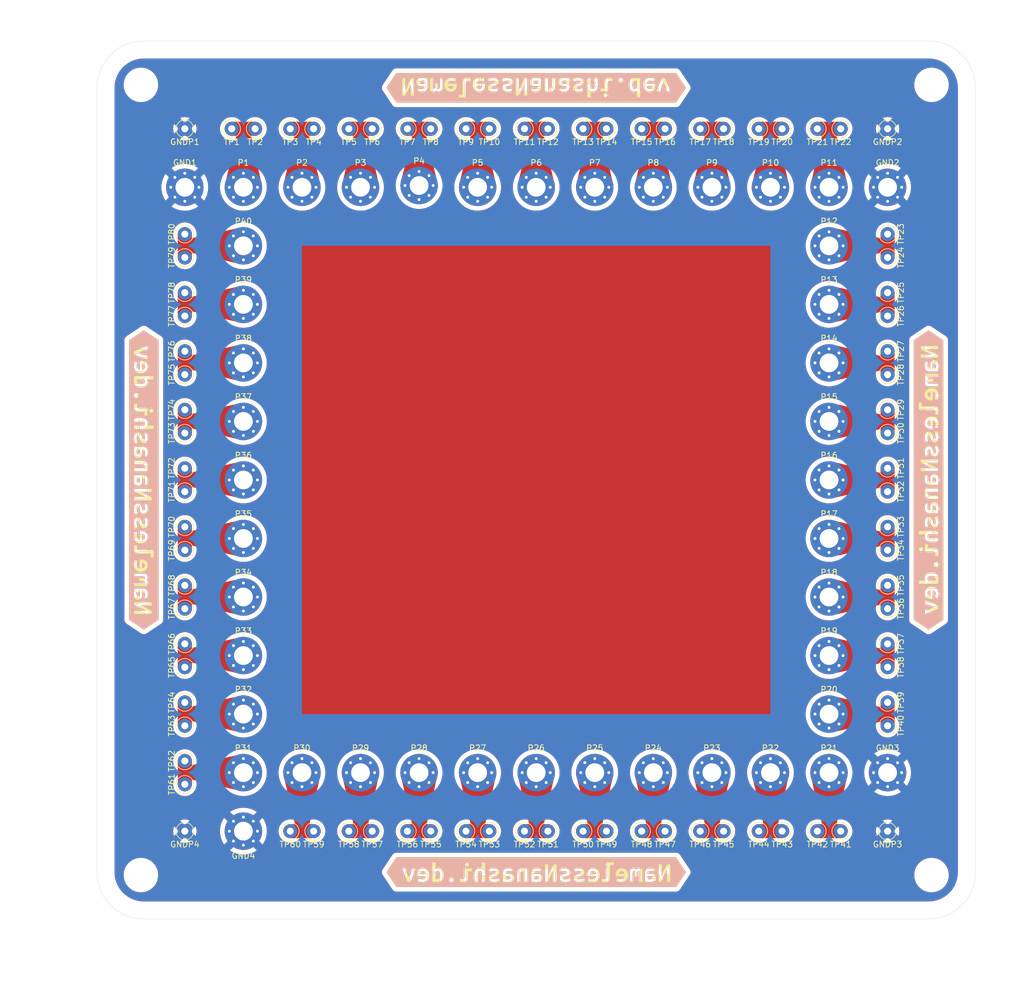
<source format=kicad_pcb>
(kicad_pcb (version 20240108) (generator "pcbnew") (generator_version "8.0")
  (layers (0 "F.Cu" signal) (31 "B.Cu" signal) (34 "B.Paste" user) (35 "F.Paste" user) (36 "B.SilkS" user "B.Silkscreen") (37 "F.SilkS" user "F.Silkscreen") (38 "B.Mask" user) (39 "F.Mask" user) (44 "Edge.Cuts" user))
  (net 0 "")
  (net 1 "Net-(P1-Pad1)")
  (net 2 "Net-(P2-Pad1)")
  (net 3 "Net-(P3-Pad1)")
  (net 4 "Net-(P4-Pad1)")
  (net 5 "Net-(P5-Pad1)")
  (net 6 "Net-(P6-Pad1)")
  (net 7 "Net-(P7-Pad1)")
  (net 8 "Net-(P8-Pad1)")
  (net 9 "Net-(P9-Pad1)")
  (net 10 "Net-(P10-Pad1)")
  (net 11 "Net-(P11-Pad1)")
  (net 12 "Net-(P12-Pad1)")
  (net 13 "Net-(P13-Pad1)")
  (net 14 "Net-(P14-Pad1)")
  (net 15 "Net-(P15-Pad1)")
  (net 16 "Net-(P16-Pad1)")
  (net 17 "Net-(P17-Pad1)")
  (net 18 "Net-(P18-Pad1)")
  (net 19 "Net-(P19-Pad1)")
  (net 20 "Net-(P20-Pad1)")
  (net 21 "Net-(P21-Pad1)")
  (net 22 "Net-(P22-Pad1)")
  (net 23 "Net-(P23-Pad1)")
  (net 24 "Net-(P24-Pad1)")
  (net 25 "Net-(P25-Pad1)")
  (net 26 "Net-(P26-Pad1)")
  (net 27 "Net-(P27-Pad1)")
  (net 28 "Net-(P28-Pad1)")
  (net 29 "Net-(P29-Pad1)")
  (net 30 "Net-(P30-Pad1)")
  (net 31 "Net-(P31-Pad1)")
  (net 32 "Net-(P32-Pad1)")
  (net 33 "Net-(P33-Pad1)")
  (net 34 "Net-(P34-Pad1)")
  (net 35 "Net-(P35-Pad1)")
  (net 36 "Net-(P36-Pad1)")
  (net 37 "Net-(P37-Pad1)")
  (net 38 "Net-(P38-Pad1)")
  (net 39 "Net-(P39-Pad1)")
  (net 40 "Net-(P40-Pad1)")
  (net 41 "GND")
  (footprint "Connector_Pin:Pin_D1.0mm_L10.0mm_LooseFit" (layer "F.Cu") (at 90 128 -90)
    (property "Reference" "TP64")
    (property "Value" "TestPoint")
  )
  (footprint "Connector_Pin:Pin_D1.0mm_L10.0mm_LooseFit" (layer "F.Cu") (at 142 30)
    (property "Reference" "TP10")
    (property "Value" "TestPoint")
  )
  (footprint "MountingHole:MountingHole_3.2mm_M3_Pad_Via" (layer "F.Cu") (at 100 120)
    (property "Reference" "P33")
    (property "Value" "MountingHole_Pad")
  )
  (footprint "Connector_Pin:Pin_D1.0mm_L10.0mm_LooseFit" (layer "F.Cu") (at 90 118 -90)
    (property "Reference" "TP66")
    (property "Value" "TestPoint")
  )
  (footprint "Connector_Pin:Pin_D1.0mm_L10.0mm_LooseFit" (layer "F.Cu") (at 118 150)
    (property "Reference" "TP58")
    (property "Value" "TestPoint")
  )
  (footprint "Connector_Pin:Pin_D1.0mm_L10.0mm_LooseFit" (layer "F.Cu") (at 210 48 90)
    (property "Reference" "TP23")
    (property "Value" "TestPoint")
  )
  (footprint "MountingHole:MountingHole_3.2mm_M3_Pad_Via" (layer "F.Cu") (at 160 140)
    (property "Reference" "P25")
    (property "Value" "MountingHole_Pad")
  )
  (footprint "Connector_Pin:Pin_D1.0mm_L10.0mm_LooseFit" (layer "F.Cu") (at 162 30)
    (property "Reference" "TP14")
    (property "Value" "TestPoint")
  )
  (footprint "MountingHole:MountingHole_3.2mm_M3_Pad_Via" (layer "F.Cu") (at 200 140)
    (property "Reference" "P21")
    (property "Value" "MountingHole_Pad")
  )
  (footprint "Connector_Pin:Pin_D1.0mm_L10.0mm_LooseFit" (layer "F.Cu") (at 90 132 -90)
    (property "Reference" "TP63")
    (property "Value" "TestPoint")
  )
  (footprint "Connector_Pin:Pin_D1.0mm_L10.0mm_LooseFit" (layer "F.Cu") (at 90 62 -90)
    (property "Reference" "TP77")
    (property "Value" "TestPoint")
  )
  (footprint "Connector_Pin:Pin_D1.0mm_L10.0mm_LooseFit" (layer "F.Cu") (at 188 30)
    (property "Reference" "TP19")
    (property "Value" "TestPoint")
  )
  (footprint "Connector_Pin:Pin_D1.0mm_L10.0mm_LooseFit" (layer "F.Cu") (at 102 30)
    (property "Reference" "TP2")
    (property "Value" "TestPoint")
  )
  (footprint "MountingHole:MountingHole_3.2mm_M3_Pad_Via" (layer "F.Cu") (at 100 60)
    (property "Reference" "P39")
    (property "Value" "MountingHole_Pad")
  )
  (footprint "Connector_Pin:Pin_D1.0mm_L10.0mm_LooseFit" (layer "F.Cu") (at 90 102 -90)
    (property "Reference" "TP69")
    (property "Value" "TestPoint")
  )
  (footprint "MountingHole:MountingHole_3.2mm_M3_Pad_Via" (layer "F.Cu") (at 100 70)
    (property "Reference" "P38")
    (property "Value" "MountingHole_Pad")
  )
  (footprint "Connector_Pin:Pin_D1.0mm_L10.0mm_LooseFit" (layer "F.Cu") (at 210 108 90)
    (property "Reference" "TP35")
    (property "Value" "TestPoint")
  )
  (footprint "Connector_Pin:Pin_D1.0mm_L10.0mm_LooseFit" (layer "F.Cu") (at 112 150)
    (property "Reference" "TP59")
    (property "Value" "TestPoint")
  )
  (footprint "Connector_Pin:Pin_D1.0mm_L10.0mm_LooseFit" (layer "F.Cu") (at 210 150)
    (property "Reference" "GNDP3")
    (property "Value" "TestPoint")
  )
  (footprint "Connector_Pin:Pin_D1.0mm_L10.0mm_LooseFit" (layer "F.Cu") (at 210 92 90)
    (property "Reference" "TP32")
    (property "Value" "TestPoint")
  )
  (footprint "MountingHole:MountingHole_3.2mm_M3_Pad_Via" (layer "F.Cu") (at 200 120)
    (property "Reference" "P19")
    (property "Value" "MountingHole_Pad")
  )
  (footprint "Connector_Pin:Pin_D1.0mm_L10.0mm_LooseFit" (layer "F.Cu") (at 210 58 90)
    (property "Reference" "TP25")
    (property "Value" "TestPoint")
  )
  (footprint "MountingHole:MountingHole_3.2mm_M3_Pad_Via" (layer "F.Cu") (at 210 140)
    (property "Reference" "GND3")
    (property "Value" "MountingHole_Pad")
  )
  (footprint "Connector_Pin:Pin_D1.0mm_L10.0mm_LooseFit" (layer "F.Cu") (at 178 30)
    (property "Reference" "TP17")
    (property "Value" "TestPoint")
  )
  (footprint "MountingHole:MountingHole_3.2mm_M3_Pad_Via" (layer "F.Cu") (at 140 140)
    (property "Reference" "P27")
    (property "Value" "MountingHole_Pad")
  )
  (footprint "MountingHole:MountingHole_3.2mm_M3_Pad_Via" (layer "F.Cu") (at 200 50)
    (property "Reference" "P12")
    (property "Value" "MountingHole_Pad")
  )
  (footprint "Connector_Pin:Pin_D1.0mm_L10.0mm_LooseFit" (layer "F.Cu") (at 148 150)
    (property "Reference" "TP52")
    (property "Value" "TestPoint")
  )
  (footprint "MountingHole:MountingHole_3.2mm_M3_Pad_Via" (layer "F.Cu") (at 130 140)
    (property "Reference" "P28")
    (property "Value" "MountingHole_Pad")
  )
  (footprint "Connector_Pin:Pin_D1.0mm_L10.0mm_LooseFit" (layer "F.Cu") (at 90 142 -90)
    (property "Reference" "TP61")
    (property "Value" "TestPoint")
  )
  (footprint "MountingHole:MountingHole_3.2mm_M3_Pad_Via" (layer "F.Cu") (at 90 40)
    (property "Reference" "GND1")
    (property "Value" "MountingHole_Pad")
  )
  (footprint "Connector_Pin:Pin_D1.0mm_L10.0mm_LooseFit" (layer "F.Cu") (at 192 150)
    (property "Reference" "TP43")
    (property "Value" "TestPoint")
  )
  (footprint "Connector_Pin:Pin_D1.0mm_L10.0mm_LooseFit" (layer "F.Cu") (at 132 150)
    (property "Reference" "TP55")
    (property "Value" "TestPoint")
  )
  (footprint "MountingHole:MountingHole_3.2mm_M3_Pad_Via" (layer "F.Cu") (at 200 80)
    (property "Reference" "P15")
    (property "Value" "MountingHole_Pad")
  )
  (footprint "MountingHole:MountingHole_3.2mm_M3_Pad_Via" (layer "F.Cu") (at 100 50)
    (property "Reference" "P40")
    (property "Value" "MountingHole_Pad")
  )
  (footprint "Connector_Pin:Pin_D1.0mm_L10.0mm_LooseFit" (layer "F.Cu") (at 90 78 -90)
    (property "Reference" "TP74")
    (property "Value" "TestPoint")
  )
  (footprint "MountingHole:MountingHole_3.2mm_M3_Pad_Via" (layer "F.Cu") (at 130 39.697056)
    (property "Reference" "P4")
    (property "Value" "MountingHole_Pad")
  )
  (footprint "MountingHole:MountingHole_3.2mm_M3_Pad_Via" (layer "F.Cu") (at 190 40)
    (property "Reference" "P10")
    (property "Value" "MountingHole_Pad")
  )
  (footprint "Connector_Pin:Pin_D1.0mm_L10.0mm_LooseFit" (layer "F.Cu") (at 108 30)
    (property "Reference" "TP3")
    (property "Value" "TestPoint")
  )
  (footprint "Connector_Pin:Pin_D1.0mm_L10.0mm_LooseFit" (layer "F.Cu") (at 112 30)
    (property "Reference" "TP4")
    (property "Value" "TestPoint")
  )
  (footprint "MountingHole:MountingHole_3.2mm_M3_Pad_Via" (layer "F.Cu") (at 200 110)
    (property "Reference" "P18")
    (property "Value" "MountingHole_Pad")
  )
  (footprint "Connector_Pin:Pin_D1.0mm_L10.0mm_LooseFit" (layer "F.Cu") (at 210 98 90)
    (property "Reference" "TP33")
    (property "Value" "TestPoint")
  )
  (footprint "Connector_Pin:Pin_D1.0mm_L10.0mm_LooseFit" (layer "F.Cu") (at 90 72 -90)
    (property "Reference" "TP75")
    (property "Value" "TestPoint")
  )
  (footprint "MountingHole:MountingHole_3.2mm_M3_Pad_Via" (layer "F.Cu") (at 160 40)
    (property "Reference" "P7")
    (property "Value" "MountingHole_Pad")
  )
  (footprint "Connector_Pin:Pin_D1.0mm_L10.0mm_LooseFit" (layer "F.Cu") (at 168 30)
    (property "Reference" "TP15")
    (property "Value" "TestPoint")
  )
  (footprint "MountingHole:MountingHole_3.2mm_M3_Pad_Via" (layer "F.Cu") (at 200 70)
    (property "Reference" "P14")
    (property "Value" "MountingHole_Pad")
  )
  (footprint "Connector_Pin:Pin_D1.0mm_L10.0mm_LooseFit" (layer "F.Cu") (at 152 30)
    (property "Reference" "TP12")
    (property "Value" "TestPoint")
  )
  (footprint "Connector_Pin:Pin_D1.0mm_L10.0mm_LooseFit" (layer "F.Cu") (at 210 128 90)
    (property "Reference" "TP39")
    (property "Value" "TestPoint")
  )
  (footprint "Connector_Pin:Pin_D1.0mm_L10.0mm_LooseFit" (layer "F.Cu") (at 90 150)
    (property "Reference" "GNDP4")
    (property "Value" "TestPoint")
  )
  (footprint "Connector_Pin:Pin_D1.0mm_L10.0mm_LooseFit" (layer "F.Cu") (at 210 82 90)
    (property "Reference" "TP30")
    (property "Value" "TestPoint")
  )
  (footprint "Connector_Pin:Pin_D1.0mm_L10.0mm_LooseFit" (layer "F.Cu") (at 198 30)
    (property "Reference" "TP21")
    (property "Value" "TestPoint")
  )
  (footprint "Connector_Pin:Pin_D1.0mm_L10.0mm_LooseFit" (layer "F.Cu") (at 108 150)
    (property "Reference" "TP60")
    (property "Value" "TestPoint")
  )
  (footprint "Connector_Pin:Pin_D1.0mm_L10.0mm_LooseFit" (layer "F.Cu") (at 90 68 -90)
    (property "Reference" "TP76")
    (property "Value" "TestPoint")
  )
  (footprint "MountingHole:MountingHole_3.2mm_M3_Pad_Via" (layer "F.Cu") (at 200 40)
    (property "Reference" "P11")
    (property "Value" "MountingHole_Pad")
  )
  (footprint "Connector_Pin:Pin_D1.0mm_L10.0mm_LooseFit" (layer "F.Cu") (at 198 150)
    (property "Reference" "TP42")
    (property "Value" "TestPoint")
  )
  (footprint "MountingHole:MountingHole_3.2mm_M3_Pad_Via" (layer "F.Cu") (at 100 150 180)
    (property "Reference" "GND4")
    (property "Value" "MountingHole_Pad")
  )
  (footprint "kibuzzard-6757E0AC" (layer "F.Cu") (at 150 157)
    (property "Reference" "kibuzzard-6757E0AC" (hide yes))
    (property "Value" "G***" (hide yes))
  )
  (footprint "MountingHole:MountingHole_3.2mm_M3_Pad_Via" (layer "F.Cu") (at 180 140)
    (property "Reference" "P23")
    (property "Value" "MountingHole_Pad")
  )
  (footprint "Connector_Pin:Pin_D1.0mm_L10.0mm_LooseFit" (layer "F.Cu") (at 210 30)
    (property "Reference" "GNDP2")
    (property "Value" "TestPoint")
  )
  (footprint "Connector_Pin:Pin_D1.0mm_L10.0mm_LooseFit" (layer "F.Cu") (at 210 68 90)
    (property "Reference" "TP27")
    (property "Value" "TestPoint")
  )
  (footprint "kibuzzard-6757E0B3" (layer "F.Cu") (at 150 157)
    (property "Reference" "kibuzzard-6757E0B3" (hide yes))
    (property "Value" "G***" (hide yes))
  )
  (footprint "MountingHole:MountingHole_3.2mm_M3_Pad_Via" (layer "F.Cu") (at 200 90)
    (property "Reference" "P16")
    (property "Value" "MountingHole_Pad")
  )
  (footprint "Connector_Pin:Pin_D1.0mm_L10.0mm_LooseFit" (layer "F.Cu") (at 118 30)
    (property "Reference" "TP5")
    (property "Value" "TestPoint")
  )
  (footprint "MountingHole:MountingHole_3.2mm_M3_Pad_Via" (layer "F.Cu") (at 200 100)
    (property "Reference" "P17")
    (property "Value" "MountingHole_Pad")
  )
  (footprint "Connector_Pin:Pin_D1.0mm_L10.0mm_LooseFit" (layer "F.Cu") (at 90 52 -90)
    (property "Reference" "TP79")
    (property "Value" "TestPoint")
  )
  (footprint "Connector_Pin:Pin_D1.0mm_L10.0mm_LooseFit" (layer "F.Cu") (at 90 138 -90)
    (property "Reference" "TP62")
    (property "Value" "TestPoint")
  )
  (footprint "Connector_Pin:Pin_D1.0mm_L10.0mm_LooseFit" (layer "F.Cu") (at 158 30)
    (property "Reference" "TP13")
    (property "Value" "TestPoint")
  )
  (footprint "kibuzzard-6757E0AC" (layer "F.Cu") (at 217 90 90)
    (property "Reference" "kibuzzard-6757E0AC" (hide yes))
    (property "Value" "G***" (hide yes))
  )
  (footprint "MountingHole:MountingHole_3.2mm_M3_Pad_Via" (layer "F.Cu") (at 200 130)
    (property "Reference" "P20")
    (property "Value" "MountingHole_Pad")
  )
  (footprint "Connector_Pin:Pin_D1.0mm_L10.0mm_LooseFit" (layer "F.Cu") (at 138 150)
    (property "Reference" "TP54")
    (property "Value" "TestPoint")
  )
  (footprint "MountingHole:MountingHole_3.2mm_M3_Pad_Via" (layer "F.Cu") (at 180 40)
    (property "Reference" "P9")
    (property "Value" "MountingHole_Pad")
  )
  (footprint "MountingHole:MountingHole_3.2mm_M3_Pad_Via" (layer "F.Cu") (at 150 140)
    (property "Reference" "P26")
    (property "Value" "MountingHole_Pad")
  )
  (footprint "MountingHole:MountingHole_3.2mm_M3_Pad_Via" (layer "F.Cu") (at 170 140)
    (property "Reference" "P24")
    (property "Value" "MountingHole_Pad")
  )
  (footprint "Connector_Pin:Pin_D1.0mm_L10.0mm_LooseFit" (layer "F.Cu") (at 202 30)
    (property "Reference" "TP22")
    (property "Value" "TestPoint")
  )
  (footprint "kibuzzard-6757E0AC" (layer "F.Cu") (at 83 90 -90)
    (property "Reference" "kibuzzard-6757E0AC" (hide yes))
    (property "Value" "G***" (hide yes))
  )
  (footprint "kibuzzard-6757E0AC" (layer "F.Cu") (at 150 23 180)
    (property "Reference" "kibuzzard-6757E0AC" (hide yes))
    (property "Value" "G***" (hide yes))
  )
  (footprint "MountingHole:MountingHole_3.2mm_M3_Pad_Via" (layer "F.Cu") (at 110 40)
    (property "Reference" "P2")
    (property "Value" "MountingHole_Pad")
  )
  (footprint "Connector_Pin:Pin_D1.0mm_L10.0mm_LooseFit" (layer "F.Cu") (at 182 150)
    (property "Reference" "TP45")
    (property "Value" "TestPoint")
  )
  (footprint "kibuzzard-6757E0B3" (layer "F.Cu") (at 217 90 90)
    (property "Reference" "kibuzzard-6757E0B3" (hide yes))
    (property "Value" "G***" (hide yes))
  )
  (footprint "Connector_Pin:Pin_D1.0mm_L10.0mm_LooseFit" (layer "F.Cu") (at 90 122 -90)
    (property "Reference" "TP65")
    (property "Value" "TestPoint")
  )
  (footprint "Connector_Pin:Pin_D1.0mm_L10.0mm_LooseFit" (layer "F.Cu") (at 142 150)
    (property "Reference" "TP53")
    (property "Value" "TestPoint")
  )
  (footprint "MountingHole:MountingHole_4.3mm_M4" (layer "F.Cu") (at 217.5 22.5)
    (property "Reference" "MH2" (hide yes))
    (property "Value" "MountingHole_4.3mm_M4")
  )
  (footprint "MountingHole:MountingHole_3.2mm_M3_Pad_Via" (layer "F.Cu") (at 100 90)
    (property "Reference" "P36")
    (property "Value" "MountingHole_Pad")
  )
  (footprint "Connector_Pin:Pin_D1.0mm_L10.0mm_LooseFit" (layer "F.Cu") (at 122 150)
    (property "Reference" "TP57")
    (property "Value" "TestPoint")
  )
  (footprint "Connector_Pin:Pin_D1.0mm_L10.0mm_LooseFit" (layer "F.Cu") (at 210 122 90)
    (property "Reference" "TP38")
    (property "Value" "TestPoint")
  )
  (footprint "MountingHole:MountingHole_4.3mm_M4" (layer "F.Cu") (at 217.5 157.5)
    (property "Reference" "MH3" (hide yes))
    (property "Value" "MountingHole_4.3mm_M4")
  )
  (footprint "MountingHole:MountingHole_3.2mm_M3_Pad_Via" (layer "F.Cu") (at 170 40)
    (property "Reference" "P8")
    (property "Value" "MountingHole_Pad")
  )
  (footprint "Connector_Pin:Pin_D1.0mm_L10.0mm_LooseFit" (layer "F.Cu") (at 90 82 -90)
    (property "Reference" "TP73")
    (property "Value" "TestPoint")
  )
  (footprint "kibuzzard-6757E0B3" (layer "F.Cu") (at 150 23 180)
    (property "Reference" "kibuzzard-6757E0B3" (hide yes))
    (property "Value" "G***" (hide yes))
  )
  (footprint "Connector_Pin:Pin_D1.0mm_L10.0mm_LooseFit" (layer "F.Cu") (at 122 30)
    (property "Reference" "TP6")
    (property "Value" "TestPoint")
  )
  (footprint "Connector_Pin:Pin_D1.0mm_L10.0mm_LooseFit" (layer "F.Cu") (at 210 78 90)
    (property "Reference" "TP29")
    (property "Value" "TestPoint")
  )
  (footprint "MountingHole:MountingHole_3.2mm_M3_Pad_Via" (layer "F.Cu") (at 140 40)
    (property "Reference" "P5")
    (property "Value" "MountingHole_Pad")
  )
  (footprint "Connector_Pin:Pin_D1.0mm_L10.0mm_LooseFit" (layer "F.Cu") (at 210 62 90)
    (property "Reference" "TP26")
    (property "Value" "TestPoint")
  )
  (footprint "Connector_Pin:Pin_D1.0mm_L10.0mm_LooseFit" (layer "F.Cu") (at 210 118 90)
    (property "Reference" "TP37")
    (property "Value" "TestPoint")
  )
  (footprint "Connector_Pin:Pin_D1.0mm_L10.0mm_LooseFit" (layer "F.Cu") (at 90 112 -90)
    (property "Reference" "TP67")
    (property "Value" "TestPoint")
  )
  (footprint "Connector_Pin:Pin_D1.0mm_L10.0mm_LooseFit" (layer "F.Cu") (at 210 132 90)
    (property "Reference" "TP40")
    (property "Value" "TestPoint")
  )
  (footprint "Connector_Pin:Pin_D1.0mm_L10.0mm_LooseFit" (layer "F.Cu") (at 90 58 -90)
    (property "Reference" "TP78")
    (property "Value" "TestPoint")
  )
  (footprint "Connector_Pin:Pin_D1.0mm_L10.0mm_LooseFit" (layer "F.Cu") (at 90 30)
    (property "Reference" "GNDP1")
    (property "Value" "TestPoint")
  )
  (footprint "MountingHole:MountingHole_3.2mm_M3_Pad_Via" (layer "F.Cu") (at 120 140)
    (property "Reference" "P29")
    (property "Value" "MountingHole_Pad")
  )
  (footprint "Connector_Pin:Pin_D1.0mm_L10.0mm_LooseFit" (layer "F.Cu") (at 168 150)
    (property "Reference" "TP48")
    (property "Value" "TestPoint")
  )
  (footprint "Connector_Pin:Pin_D1.0mm_L10.0mm_LooseFit" (layer "F.Cu") (at 210 52 90)
    (property "Reference" "TP24")
    (property "Value" "TestPoint")
  )
  (footprint "Connector_Pin:Pin_D1.0mm_L10.0mm_LooseFit" (layer "F.Cu") (at 192 30)
    (property "Reference" "TP20")
    (property "Value" "TestPoint")
  )
  (footprint "MountingHole:MountingHole_4.3mm_M4" (layer "F.Cu") (at 82.5 22.5)
    (property "Reference" "MH1" (hide yes))
    (property "Value" "MountingHole_4.3mm_M4")
  )
  (footprint "Connector_Pin:Pin_D1.0mm_L10.0mm_LooseFit" (layer "F.Cu") (at 172 150)
    (property "Reference" "TP47")
    (property "Value" "TestPoint")
  )
  (footprint "Connector_Pin:Pin_D1.0mm_L10.0mm_LooseFit" (layer "F.Cu") (at 90 98 -90)
    (property "Reference" "TP70")
    (property "Value" "TestPoint")
  )
  (footprint "MountingHole:MountingHole_3.2mm_M3_Pad_Via" (layer "F.Cu") (at 190 140)
    (property "Reference" "P22")
    (property "Value" "MountingHole_Pad")
  )
  (footprint "Connector_Pin:Pin_D1.0mm_L10.0mm_LooseFit" (layer "F.Cu") (at 138 30)
    (property "Reference" "TP9")
    (property "Value" "TestPoint")
  )
  (footprint "MountingHole:MountingHole_3.2mm_M3_Pad_Via" (layer "F.Cu") (at 100 140)
    (property "Reference" "P31")
    (property "Value" "MountingHole_Pad")
  )
  (footprint "Connector_Pin:Pin_D1.0mm_L10.0mm_LooseFit" (layer "F.Cu") (at 210 88 90)
    (property "Reference" "TP31")
    (property "Value" "TestPoint")
  )
  (footprint "Connector_Pin:Pin_D1.0mm_L10.0mm_LooseFit" (layer "F.Cu") (at 148 30)
    (property "Reference" "TP11")
    (property "Value" "TestPoint")
  )
  (footprint "Connector_Pin:Pin_D1.0mm_L10.0mm_LooseFit" (layer "F.Cu") (at 128 150)
    (property "Reference" "TP56")
    (property "Value" "TestPoint")
  )
  (footprint "MountingHole:MountingHole_3.2mm_M3_Pad_Via" (layer "F.Cu") (at 120 40)
    (property "Reference" "P3")
    (property "Value" "MountingHole_Pad")
  )
  (footprint "Connector_Pin:Pin_D1.0mm_L10.0mm_LooseFit" (layer "F.Cu") (at 90 108 -90)
    (property "Reference" "TP68")
    (property "Value" "TestPoint")
  )
  (footprint "Connector_Pin:Pin_D1.0mm_L10.0mm_LooseFit" (layer "F.Cu") (at 210 112 90)
    (property "Reference" "TP36")
    (property "Value" "TestPoint")
  )
  (footprint "MountingHole:MountingHole_3.2mm_M3_Pad_Via" (layer "F.Cu") (at 100 110)
    (property "Reference" "P34")
    (property "Value" "MountingHole_Pad")
  )
  (footprint "Connector_Pin:Pin_D1.0mm_L10.0mm_LooseFit" (layer "F.Cu") (at 202 150)
    (property "Reference" "TP41")
    (property "Value" "TestPoint")
  )
  (footprint "Connector_Pin:Pin_D1.0mm_L10.0mm_LooseFit" (layer "F.Cu") (at 172 30)
    (property "Reference" "TP16")
    (property "Value" "TestPoint")
  )
  (footprint "Connector_Pin:Pin_D1.0mm_L10.0mm_LooseFit" (layer "F.Cu") (at 90 48 -90)
    (property "Reference" "TP80")
    (property "Value" "TestPoint")
  )
  (footprint "Connector_Pin:Pin_D1.0mm_L10.0mm_LooseFit" (layer "F.Cu") (at 98 30)
    (property "Reference" "TP1")
    (property "Value" "TestPoint")
  )
  (footprint "MountingHole:MountingHole_3.2mm_M3_Pad_Via" (layer "F.Cu") (at 150 40)
    (property "Reference" "P6")
    (property "Value" "MountingHole_Pad")
  )
  (footprint "MountingHole:MountingHole_3.2mm_M3_Pad_Via" (layer "F.Cu") (at 100 130)
    (property "Reference" "P32")
    (property "Value" "MountingHole_Pad")
  )
  (footprint "Connector_Pin:Pin_D1.0mm_L10.0mm_LooseFit" (layer "F.Cu") (at 152 150)
    (property "Reference" "TP51")
    (property "Value" "TestPoint")
  )
  (footprint "Connector_Pin:Pin_D1.0mm_L10.0mm_LooseFit" (layer "F.Cu") (at 188 150)
    (property "Reference" "TP44")
    (property "Value" "TestPoint")
  )
  (footprint "MountingHole:MountingHole_3.2mm_M3_Pad_Via" (layer "F.Cu") (at 100 80)
    (property "Reference" "P37")
    (property "Value" "MountingHole_Pad")
  )
  (footprint "Connector_Pin:Pin_D1.0mm_L10.0mm_LooseFit" (layer "F.Cu") (at 182 30)
    (property "Reference" "TP18")
    (property "Value" "TestPoint")
  )
  (footprint "Connector_Pin:Pin_D1.0mm_L10.0mm_LooseFit" (layer "F.Cu") (at 90 88 -90)
    (property "Reference" "TP72")
    (property "Value" "TestPoint")
  )
  (footprint "MountingHole:MountingHole_4.3mm_M4" (layer "F.Cu") (at 82.5 157.5)
    (property "Reference" "MH4" (hide yes))
    (property "Value" "MountingHole_4.3mm_M4")
  )
  (footprint "Connector_Pin:Pin_D1.0mm_L10.0mm_LooseFit" (layer "F.Cu") (at 90 92 -90)
    (property "Reference" "TP71")
    (property "Value" "TestPoint")
  )
  (footprint "Connector_Pin:Pin_D1.0mm_L10.0mm_LooseFit" (layer "F.Cu") (at 158 150)
    (property "Reference" "TP50")
    (property "Value" "TestPoint")
  )
  (footprint "MountingHole:MountingHole_3.2mm_M3_Pad_Via" (layer "F.Cu") (at 210 40)
    (property "Reference" "GND2")
    (property "Value" "MountingHole_Pad")
  )
  (footprint "MountingHole:MountingHole_3.2mm_M3_Pad_Via" (layer "F.Cu") (at 200 60)
    (property "Reference" "P13")
    (property "Value" "MountingHole_Pad")
  )
  (footprint "Connector_Pin:Pin_D1.0mm_L10.0mm_LooseFit" (layer "F.Cu") (at 178 150)
    (property "Reference" "TP46")
    (property "Value" "TestPoint")
  )
  (footprint "MountingHole:MountingHole_3.2mm_M3_Pad_Via" (layer "F.Cu") (at 100 40)
    (property "Reference" "P1")
    (property "Value" "MountingHole_Pad")
  )
  (footprint "Connector_Pin:Pin_D1.0mm_L10.0mm_LooseFit" (layer "F.Cu") (at 210 102 90)
    (property "Reference" "TP34")
    (property "Value" "TestPoint")
  )
  (footprint "MountingHole:MountingHole_3.2mm_M3_Pad_Via" (layer "F.Cu") (at 110 140)
    (property "Reference" "P30")
    (property "Value" "MountingHole_Pad")
  )
  (footprint "MountingHole:MountingHole_3.2mm_M3_Pad_Via" (layer "F.Cu") (at 100 100)
    (property "Reference" "P35")
    (property "Value" "MountingHole_Pad")
  )
  (footprint "kibuzzard-6757E0B3" (layer "F.Cu") (at 83 90 -90)
    (property "Reference" "kibuzzard-6757E0B3" (hide yes))
    (property "Value" "G***" (hide yes))
  )
  (footprint "Connector_Pin:Pin_D1.0mm_L10.0mm_LooseFit" (layer "F.Cu") (at 162 150)
    (property "Reference" "TP49")
    (property "Value" "TestPoint")
  )
  (footprint "Connector_Pin:Pin_D1.0mm_L10.0mm_LooseFit" (layer "F.Cu") (at 132 30)
    (property "Reference" "TP8")
    (property "Value" "TestPoint")
  )
  (footprint "Connector_Pin:Pin_D1.0mm_L10.0mm_LooseFit" (layer "F.Cu") (at 210 72 90)
    (property "Reference" "TP28")
    (property "Value" "TestPoint")
  )
  (footprint "Connector_Pin:Pin_D1.0mm_L10.0mm_LooseFit" (layer "F.Cu") (at 128 30)
    (property "Reference" "TP7")
    (property "Value" "TestPoint")
  )
  (footprint "kibuzzard-6757E0BA" (layer "B.Cu") (at 83 90 90)
    (property "Reference" "kibuzzard-6757E0BA" (hide yes))
    (property "Value" "G***" (hide yes))
  )
  (footprint "kibuzzard-6757E0C1" (layer "B.Cu") (at 150 23)
    (property "Reference" "kibuzzard-6757E0C1" (hide yes))
    (property "Value" "G***" (hide yes))
  )
  (footprint "kibuzzard-6757E0C1" (layer "B.Cu") (at 217 90 -90)
    (property "Reference" "kibuzzard-6757E0C1" (hide yes))
    (property "Value" "G***" (hide yes))
  )
  (footprint "kibuzzard-6757E0C1" (layer "B.Cu") (at 150 157 180)
    (property "Reference" "kibuzzard-6757E0C1" (hide yes))
    (property "Value" "G***" (hide yes))
  )
  (footprint "kibuzzard-6757E0BA" (layer "B.Cu") (at 150 23)
    (property "Reference" "kibuzzard-6757E0BA" (hide yes))
    (property "Value" "G***" (hide yes))
  )
  (footprint "kibuzzard-6757E0BA" (layer "B.Cu") (at 217 90 -90)
    (property "Reference" "kibuzzard-6757E0BA" (hide yes))
    (property "Value" "G***" (hide yes))
  )
  (footprint "kibuzzard-6757E0C1" (layer "B.Cu") (at 83 90 90)
    (property "Reference" "kibuzzard-6757E0C1" (hide yes))
    (property "Value" "G***" (hide yes))
  )
  (footprint "kibuzzard-6757E0BA" (layer "B.Cu") (at 150 157 180)
    (property "Reference" "kibuzzard-6757E0BA" (hide yes))
    (property "Value" "G***" (hide yes))
  )
  (gr_arc (start 75 23) (mid 77.343146 17.343146) (end 83 15) (stroke (width 0.05)) (layer "Edge.Cuts"))
  (gr_arc (start 217 15) (mid 222.656854 17.343146) (end 225 23) (stroke (width 0.05)) (layer "Edge.Cuts"))
  (gr_line (start 217 165) (end 83 165) (stroke (width 0.05)) (layer "Edge.Cuts"))
  (gr_arc (start 225 157) (mid 222.656854 162.656854) (end 217 165) (stroke (width 0.05)) (layer "Edge.Cuts"))
  (gr_line (start 83 15) (end 217 15) (stroke (width 0.05)) (layer "Edge.Cuts"))
  (gr_line (start 75 157) (end 75 23) (stroke (width 0.05)) (layer "Edge.Cuts"))
  (gr_arc (start 83 165) (mid 77.343146 162.656854) (end 75 157) (stroke (width 0.05)) (layer "Edge.Cuts"))
  (gr_line (start 225 23) (end 225 157) (stroke (width 0.05)) (layer "Edge.Cuts"))
  (segment (start 101 30) (end 102 30) (width 2.4) (layer "F.Cu") (net 1))
  (segment (start 100 31) (end 100 40) (width 2.4) (layer "F.Cu") (net 1))
  (segment (start 99 30) (end 101 30) (width 2.4) (layer "F.Cu") (net 1))
  (segment (start 99 30) (end 98 30) (width 2.4) (layer "F.Cu") (net 1))
  (arc (start 101 30) (mid 100.292893 30.292893) (end 100 31) (width 2.4) (layer "F.Cu") (net 1))
  (arc (start 100 31) (mid 99.707106 30.292893) (end 99 30) (width 2.4) (layer "F.Cu") (net 1))
  (segment (start 111 30) (end 112 30) (width 2.4) (layer "F.Cu") (net 2))
  (segment (start 109 30) (end 108 30) (width 2.4) (layer "F.Cu") (net 2))
  (segment (start 109 30) (end 111 30) (width 2.4) (layer "F.Cu") (net 2))
  (segment (start 110 31) (end 110 40) (width 2.4) (layer "F.Cu") (net 2))
  (arc (start 111 30) (mid 110.292893 30.292893) (end 110 31) (width 2.4) (layer "F.Cu") (net 2))
  (arc (start 110 31) (mid 109.707106 30.292893) (end 109 30) (width 2.4) (layer "F.Cu") (net 2))
  (segment (start 120 31) (end 120 40) (width 2.4) (layer "F.Cu") (net 3))
  (segment (start 121 30) (end 122 30) (width 2.4) (layer "F.Cu") (net 3))
  (segment (start 119 30) (end 118 30) (width 2.4) (layer "F.Cu") (net 3))
  (segment (start 119 30) (end 121 30) (width 2.4) (layer "F.Cu") (net 3))
  (arc (start 120 31) (mid 119.707106 30.292893) (end 119 30) (width 2.4) (layer "F.Cu") (net 3))
  (arc (start 121 30) (mid 120.292893 30.292893) (end 120 31) (width 2.4) (layer "F.Cu") (net 3))
  (segment (start 130 31) (end 130 39.697056) (width 2.4) (layer "F.Cu") (net 4))
  (segment (start 131 30) (end 132 30) (width 2.4) (layer "F.Cu") (net 4))
  (segment (start 129 30) (end 128 30) (width 2.4) (layer "F.Cu") (net 4))
  (segment (start 129 30) (end 131 30) (width 2.4) (layer "F.Cu") (net 4))
  (arc (start 130 31) (mid 129.707106 30.292893) (end 129 30) (width 2.4) (layer "F.Cu") (net 4))
  (arc (start 131 30) (mid 130.292893 30.292893) (end 130 31) (width 2.4) (layer "F.Cu") (net 4))
  (segment (start 140 31) (end 140 40) (width 2.4) (layer "F.Cu") (net 5))
  (segment (start 139 30) (end 138 30) (width 2.4) (layer "F.Cu") (net 5))
  (segment (start 141 30) (end 142 30) (width 2.4) (layer "F.Cu") (net 5))
  (segment (start 139 30) (end 141 30) (width 2.4) (layer "F.Cu") (net 5))
  (arc (start 141 30) (mid 140.292893 30.292893) (end 140 31) (width 2.4) (layer "F.Cu") (net 5))
  (arc (start 140 31) (mid 139.707106 30.292893) (end 139 30) (width 2.4) (layer "F.Cu") (net 5))
  (segment (start 149 30) (end 151 30) (width 2.4) (layer "F.Cu") (net 6))
  (segment (start 150 31) (end 150 40) (width 2.4) (layer "F.Cu") (net 6))
  (segment (start 151 30) (end 152 30) (width 2.4) (layer "F.Cu") (net 6))
  (segment (start 149 30) (end 148 30) (width 2.4) (layer "F.Cu") (net 6))
  (arc (start 150 31) (mid 149.707106 30.292893) (end 149 30) (width 2.4) (layer "F.Cu") (net 6))
  (arc (start 151 30) (mid 150.292893 30.292893) (end 150 31) (width 2.4) (layer "F.Cu") (net 6))
  (segment (start 159 30) (end 158 30) (width 2.4) (layer "F.Cu") (net 7))
  (segment (start 161 30) (end 162 30) (width 2.4) (layer "F.Cu") (net 7))
  (segment (start 159 30) (end 161 30) (width 2.4) (layer "F.Cu") (net 7))
  (segment (start 160 31) (end 160 40) (width 2.4) (layer "F.Cu") (net 7))
  (arc (start 161 30) (mid 160.292893 30.292893) (end 160 31) (width 2.4) (layer "F.Cu") (net 7))
  (arc (start 160 31) (mid 159.707106 30.292893) (end 159 30) (width 2.4) (layer "F.Cu") (net 7))
  (segment (start 170 31) (end 170 40) (width 2.4) (layer "F.Cu") (net 8))
  (segment (start 171 30) (end 172 30) (width 2.4) (layer "F.Cu") (net 8))
  (segment (start 169 30) (end 168 30) (width 2.4) (layer "F.Cu") (net 8))
  (segment (start 169 30) (end 171 30) (width 2.4) (layer "F.Cu") (net 8))
  (arc (start 171 30) (mid 170.292893 30.292893) (end 170 31) (width 2.4) (layer "F.Cu") (net 8))
  (arc (start 170 31) (mid 169.707106 30.292893) (end 169 30) (width 2.4) (layer "F.Cu") (net 8))
  (segment (start 179 30) (end 178 30) (width 2.4) (layer "F.Cu") (net 9))
  (segment (start 181 30) (end 182 30) (width 2.4) (layer "F.Cu") (net 9))
  (segment (start 179 30) (end 181 30) (width 2.4) (layer "F.Cu") (net 9))
  (segment (start 180 31) (end 180 40) (width 2.4) (layer "F.Cu") (net 9))
  (arc (start 180 31) (mid 179.707106 30.292893) (end 179 30) (width 2.4) (layer "F.Cu") (net 9))
  (arc (start 181 30) (mid 180.292893 30.292893) (end 180 31) (width 2.4) (layer "F.Cu") (net 9))
  (segment (start 191 30) (end 192 30) (width 2.4) (layer "F.Cu") (net 10))
  (segment (start 189 30) (end 191 30) (width 2.4) (layer "F.Cu") (net 10))
  (segment (start 190 31) (end 190 40) (width 2.4) (layer "F.Cu") (net 10))
  (segment (start 189 30) (end 188 30) (width 2.4) (layer "F.Cu") (net 10))
  (arc (start 190 31) (mid 189.707106 30.292893) (end 189 30) (width 2.4) (layer "F.Cu") (net 10))
  (arc (start 191 30) (mid 190.292893 30.292893) (end 190 31) (width 2.4) (layer "F.Cu") (net 10))
  (segment (start 199 30) (end 198 30) (width 2.4) (layer "F.Cu") (net 11))
  (segment (start 199 30) (end 201 30) (width 2.4) (layer "F.Cu") (net 11))
  (segment (start 200 31) (end 200 40) (width 2.4) (layer "F.Cu") (net 11))
  (segment (start 201 30) (end 202 30) (width 2.4) (layer "F.Cu") (net 11))
  (arc (start 200 31) (mid 199.707106 30.292893) (end 199 30) (width 2.4) (layer "F.Cu") (net 11))
  (arc (start 201 30) (mid 200.292893 30.292893) (end 200 31) (width 2.4) (layer "F.Cu") (net 11))
  (segment (start 209 50) (end 200 50) (width 2.4) (layer "F.Cu") (net 12))
  (segment (start 210 51) (end 210 52) (width 2.4) (layer "F.Cu") (net 12))
  (segment (start 210 49) (end 210 48) (width 2.4) (layer "F.Cu") (net 12))
  (segment (start 210 49) (end 210 51) (width 2.4) (layer "F.Cu") (net 12))
  (arc (start 209 50) (mid 209.707106 49.707106) (end 210 49) (width 2.4) (layer "F.Cu") (net 12))
  (arc (start 210 51) (mid 209.707106 50.292893) (end 209 50) (width 2.4) (layer "F.Cu") (net 12))
  (segment (start 210 61) (end 210 62) (width 2.4) (layer "F.Cu") (net 13))
  (segment (start 209 60) (end 200 60) (width 2.4) (layer "F.Cu") (net 13))
  (segment (start 210 59) (end 210 61) (width 2.4) (layer "F.Cu") (net 13))
  (segment (start 210 59) (end 210 58) (width 2.4) (layer "F.Cu") (net 13))
  (arc (start 210 61) (mid 209.707106 60.292893) (end 209 60) (width 2.4) (layer "F.Cu") (net 13))
  (arc (start 209 60) (mid 209.707106 59.707106) (end 210 59) (width 2.4) (layer "F.Cu") (net 13))
  (segment (start 210 69) (end 210 68) (width 2.4) (layer "F.Cu") (net 14))
  (segment (start 210 71) (end 210 72) (width 2.4) (layer "F.Cu") (net 14))
  (segment (start 209 70) (end 200 70) (width 2.4) (layer "F.Cu") (net 14))
  (segment (start 210 69) (end 210 71) (width 2.4) (layer "F.Cu") (net 14))
  (arc (start 209 70) (mid 209.707106 69.707106) (end 210 69) (width 2.4) (layer "F.Cu") (net 14))
  (arc (start 210 71) (mid 209.707106 70.292893) (end 209 70) (width 2.4) (layer "F.Cu") (net 14))
  (segment (start 210 79) (end 210 78) (width 2.4) (layer "F.Cu") (net 15))
  (segment (start 210 79) (end 210 81) (width 2.4) (layer "F.Cu") (net 15))
  (segment (start 209 80) (end 200 80) (width 2.4) (layer "F.Cu") (net 15))
  (segment (start 210 81) (end 210 82) (width 2.4) (layer "F.Cu") (net 15))
  (arc (start 210 81) (mid 209.707106 80.292893) (end 209 80) (width 2.4) (layer "F.Cu") (net 15))
  (arc (start 209 80) (mid 209.707106 79.707106) (end 210 79) (width 2.4) (layer "F.Cu") (net 15))
  (segment (start 210 89) (end 210 91) (width 2.4) (layer "F.Cu") (net 16))
  (segment (start 210 91) (end 210 92) (width 2.4) (layer "F.Cu") (net 16))
  (segment (start 209 90) (end 200 90) (width 2.4) (layer "F.Cu") (net 16))
  (segment (start 210 89) (end 210 88) (width 2.4) (layer "F.Cu") (net 16))
  (arc (start 209 90) (mid 209.707106 89.707106) (end 210 89) (width 2.4) (layer "F.Cu") (net 16))
  (arc (start 210 91) (mid 209.707106 90.292893) (end 209 90) (width 2.4) (layer "F.Cu") (net 16))
  (segment (start 210 101) (end 210 102) (width 2.4) (layer "F.Cu") (net 17))
  (segment (start 210 99) (end 210 101) (width 2.4) (layer "F.Cu") (net 17))
  (segment (start 209 100) (end 200 100) (width 2.4) (layer "F.Cu") (net 17))
  (segment (start 210 99) (end 210 98) (width 2.4) (layer "F.Cu") (net 17))
  (arc (start 210 101) (mid 209.707106 100.292893) (end 209 100) (width 2.4) (layer "F.Cu") (net 17))
  (arc (start 209 100) (mid 209.707106 99.707106) (end 210 99) (width 2.4) (layer "F.Cu") (net 17))
  (segment (start 210 109) (end 210 108) (width 2.4) (layer "F.Cu") (net 18))
  (segment (start 210 111) (end 210 112) (width 2.4) (layer "F.Cu") (net 18))
  (segment (start 209 110) (end 200 110) (width 2.4) (layer "F.Cu") (net 18))
  (segment (start 210 109) (end 210 111) (width 2.4) (layer "F.Cu") (net 18))
  (arc (start 210 111) (mid 209.707106 110.292893) (end 209 110) (width 2.4) (layer "F.Cu") (net 18))
  (arc (start 209 110) (mid 209.707106 109.707106) (end 210 109) (width 2.4) (layer "F.Cu") (net 18))
  (segment (start 210 119) (end 210 118) (width 2.4) (layer "F.Cu") (net 19))
  (segment (start 209 120) (end 200 120) (width 2.4) (layer "F.Cu") (net 19))
  (segment (start 210 121) (end 210 122) (width 2.4) (layer "F.Cu") (net 19))
  (segment (start 210 119) (end 210 121) (width 2.4) (layer "F.Cu") (net 19))
  (arc (start 210 121) (mid 209.707106 120.292893) (end 209 120) (width 2.4) (layer "F.Cu") (net 19))
  (arc (start 209 120) (mid 209.707106 119.707106) (end 210 119) (width 2.4) (layer "F.Cu") (net 19))
  (segment (start 209 130) (end 200 130) (width 2.4) (layer "F.Cu") (net 20))
  (segment (start 210 129) (end 210 128) (width 2.4) (layer "F.Cu") (net 20))
  (segment (start 210 129) (end 210 131) (width 2.4) (layer "F.Cu") (net 20))
  (segment (start 210 131) (end 210 132) (width 2.4) (layer "F.Cu") (net 20))
  (arc (start 209 130) (mid 209.707106 129.707106) (end 210 129) (width 2.4) (layer "F.Cu") (net 20))
  (arc (start 210 131) (mid 209.707106 130.292893) (end 209 130) (width 2.4) (layer "F.Cu") (net 20))
  (segment (start 200 149) (end 200 140) (width 2.4) (layer "F.Cu") (net 21))
  (segment (start 201 150) (end 202 150) (width 2.4) (layer "F.Cu") (net 21))
  (segment (start 201 150) (end 199 150) (width 2.4) (layer "F.Cu") (net 21))
  (segment (start 199 150) (end 198 150) (width 2.4) (layer "F.Cu") (net 21))
  (arc (start 200 149) (mid 200.292893 149.707106) (end 201 150) (width 2.4) (layer "F.Cu") (net 21))
  (arc (start 199 150) (mid 199.707106 149.707106) (end 200 149) (width 2.4) (layer "F.Cu") (net 21))
  (segment (start 190 149) (end 190 140) (width 2.4) (layer "F.Cu") (net 22))
  (segment (start 191 150) (end 189 150) (width 2.4) (layer "F.Cu") (net 22))
  (segment (start 189 150) (end 188 150) (width 2.4) (layer "F.Cu") (net 22))
  (segment (start 191 150) (end 192 150) (width 2.4) (layer "F.Cu") (net 22))
  (arc (start 190 149) (mid 190.292893 149.707106) (end 191 150) (width 2.4) (layer "F.Cu") (net 22))
  (arc (start 189 150) (mid 189.707106 149.707106) (end 190 149) (width 2.4) (layer "F.Cu") (net 22))
  (segment (start 181 150) (end 182 150) (width 2.4) (layer "F.Cu") (net 23))
  (segment (start 179 150) (end 178 150) (width 2.4) (layer "F.Cu") (net 23))
  (segment (start 181 150) (end 179 150) (width 2.4) (layer "F.Cu") (net 23))
  (segment (start 180 149) (end 180 140) (width 2.4) (layer "F.Cu") (net 23))
  (arc (start 179 150) (mid 179.707106 149.707106) (end 180 149) (width 2.4) (layer "F.Cu") (net 23))
  (arc (start 180 149) (mid 180.292893 149.707106) (end 181 150) (width 2.4) (layer "F.Cu") (net 23))
  (segment (start 170 149) (end 170 140) (width 2.4) (layer "F.Cu") (net 24))
  (segment (start 171 150) (end 172 150) (width 2.4) (layer "F.Cu") (net 24))
  (segment (start 169 150) (end 168 150) (width 2.4) (layer "F.Cu") (net 24))
  (segment (start 171 150) (end 169 150) (width 2.4) (layer "F.Cu") (net 24))
  (arc (start 169 150) (mid 169.707106 149.707106) (end 170 149) (width 2.4) (layer "F.Cu") (net 24))
  (arc (start 170 149) (mid 170.292893 149.707106) (end 171 150) (width 2.4) (layer "F.Cu") (net 24))
  (segment (start 161 150) (end 159 150) (width 2.4) (layer "F.Cu") (net 25))
  (segment (start 159 150) (end 158 150) (width 2.4) (layer "F.Cu") (net 25))
  (segment (start 160 149) (end 160 140) (width 2.4) (layer "F.Cu") (net 25))
  (segment (start 161 150) (end 162 150) (width 2.4) (layer "F.Cu") (net 25))
  (arc (start 159 150) (mid 159.707106 149.707106) (end 160 149) (width 2.4) (layer "F.Cu") (net 25))
  (arc (start 160 149) (mid 160.292893 149.707106) (end 161 150) (width 2.4) (layer "F.Cu") (net 25))
  (segment (start 151 150) (end 149 150) (width 2.4) (layer "F.Cu") (net 26))
  (segment (start 149 150) (end 148 150) (width 2.4) (layer "F.Cu") (net 26))
  (segment (start 151 150) (end 152 150) (width 2.4) (layer "F.Cu") (net 26))
  (segment (start 150 149) (end 150 140) (width 2.4) (layer "F.Cu") (net 26))
  (arc (start 150 149) (mid 150.292893 149.707106) (end 151 150) (width 2.4) (layer "F.Cu") (net 26))
  (arc (start 149 150) (mid 149.707106 149.707106) (end 150 149) (width 2.4) (layer "F.Cu") (net 26))
  (segment (start 140 149) (end 140 140) (width 2.4) (layer "F.Cu") (net 27))
  (segment (start 141 150) (end 142 150) (width 2.4) (layer "F.Cu") (net 27))
  (segment (start 141 150) (end 139 150) (width 2.4) (layer "F.Cu") (net 27))
  (segment (start 139 150) (end 138 150) (width 2.4) (layer "F.Cu") (net 27))
  (arc (start 139 150) (mid 139.707106 149.707106) (end 140 149) (width 2.4) (layer "F.Cu") (net 27))
  (arc (start 140 149) (mid 140.292893 149.707106) (end 141 150) (width 2.4) (layer "F.Cu") (net 27))
  (segment (start 129 150) (end 128 150) (width 2.4) (layer "F.Cu") (net 28))
  (segment (start 131 150) (end 132 150) (width 2.4) (layer "F.Cu") (net 28))
  (segment (start 131 150) (end 129 150) (width 2.4) (layer "F.Cu") (net 28))
  (segment (start 130 149) (end 130 140) (width 2.4) (layer "F.Cu") (net 28))
  (arc (start 129 150) (mid 129.707106 149.707106) (end 130 149) (width 2.4) (layer "F.Cu") (net 28))
  (arc (start 130 149) (mid 130.292893 149.707106) (end 131 150) (width 2.4) (layer "F.Cu") (net 28))
  (segment (start 121 150) (end 119 150) (width 2.4) (layer "F.Cu") (net 29))
  (segment (start 119 150) (end 118 150) (width 2.4) (layer "F.Cu") (net 29))
  (segment (start 120 149) (end 120 140) (width 2.4) (layer "F.Cu") (net 29))
  (segment (start 121 150) (end 122 150) (width 2.4) (layer "F.Cu") (net 29))
  (arc (start 119 150) (mid 119.707106 149.707106) (end 120 149) (width 2.4) (layer "F.Cu") (net 29))
  (arc (start 120 149) (mid 120.292893 149.707106) (end 121 150) (width 2.4) (layer "F.Cu") (net 29))
  (segment (start 111 150) (end 109 150) (width 2.4) (layer "F.Cu") (net 30))
  (segment (start 110 149) (end 110 140) (width 2.4) (layer "F.Cu") (net 30))
  (segment (start 111 150) (end 112 150) (width 2.4) (layer "F.Cu") (net 30))
  (segment (start 109 150) (end 108 150) (width 2.4) (layer "F.Cu") (net 30))
  (arc (start 109 150) (mid 109.707106 149.707106) (end 110 149) (width 2.4) (layer "F.Cu") (net 30))
  (arc (start 110 149) (mid 110.292893 149.707106) (end 111 150) (width 2.4) (layer "F.Cu") (net 30))
  (segment (start 90 141) (end 90 142) (width 2.4) (layer "F.Cu") (net 31))
  (segment (start 90 139) (end 90 138) (width 2.4) (layer "F.Cu") (net 31))
  (segment (start 91 140) (end 100 140) (width 2.4) (layer "F.Cu") (net 31))
  (segment (start 90 141) (end 90 139) (width 2.4) (layer "F.Cu") (net 31))
  (arc (start 90 139) (mid 90.292893 139.707106) (end 91 140) (width 2.4) (layer "F.Cu") (net 31))
  (arc (start 91 140) (mid 90.292893 140.292893) (end 90 141) (width 2.4) (layer "F.Cu") (net 31))
  (segment (start 90 131) (end 90 129) (width 2.4) (layer "F.Cu") (net 32))
  (segment (start 90 129) (end 90 128) (width 2.4) (layer "F.Cu") (net 32))
  (segment (start 90 131) (end 90 132) (width 2.4) (layer "F.Cu") (net 32))
  (segment (start 91 130) (end 100 130) (width 2.4) (layer "F.Cu") (net 32))
  (arc (start 91 130) (mid 90.292893 130.292893) (end 90 131) (width 2.4) (layer "F.Cu") (net 32))
  (arc (start 90 129) (mid 90.292893 129.707106) (end 91 130) (width 2.4) (layer "F.Cu") (net 32))
  (segment (start 90 119) (end 90 118) (width 2.4) (layer "F.Cu") (net 33))
  (segment (start 90 121) (end 90 122) (width 2.4) (layer "F.Cu") (net 33))
  (segment (start 91 120) (end 100 120) (width 2.4) (layer "F.Cu") (net 33))
  (segment (start 90 121) (end 90 119) (width 2.4) (layer "F.Cu") (net 33))
  (arc (start 90 119) (mid 90.292893 119.707106) (end 91 120) (width 2.4) (layer "F.Cu") (net 33))
  (arc (start 91 120) (mid 90.292893 120.292893) (end 90 121) (width 2.4) (layer "F.Cu") (net 33))
  (segment (start 91 110) (end 100 110) (width 2.4) (layer "F.Cu") (net 34))
  (segment (start 90 109) (end 90 108) (width 2.4) (layer "F.Cu") (net 34))
  (segment (start 90 111) (end 90 109) (width 2.4) (layer "F.Cu") (net 34))
  (segment (start 90 111) (end 90 112) (width 2.4) (layer "F.Cu") (net 34))
  (arc (start 90 109) (mid 90.292893 109.707106) (end 91 110) (width 2.4) (layer "F.Cu") (net 34))
  (arc (start 91 110) (mid 90.292893 110.292893) (end 90 111) (width 2.4) (layer "F.Cu") (net 34))
  (segment (start 90 101) (end 90 99) (width 2.4) (layer "F.Cu") (net 35))
  (segment (start 90 99) (end 90 98) (width 2.4) (layer "F.Cu") (net 35))
  (segment (start 90 101) (end 90 102) (width 2.4) (layer "F.Cu") (net 35))
  (segment (start 91 100) (end 100 100) (width 2.4) (layer "F.Cu") (net 35))
  (arc (start 90 99) (mid 90.292893 99.707106) (end 91 100) (width 2.4) (layer "F.Cu") (net 35))
  (arc (start 91 100) (mid 90.292893 100.292893) (end 90 101) (width 2.4) (layer "F.Cu") (net 35))
  (segment (start 91 90) (end 100 90) (width 2.4) (layer "F.Cu") (net 36))
  (segment (start 90 91) (end 90 92) (width 2.4) (layer "F.Cu") (net 36))
  (segment (start 90 89) (end 90 88) (width 2.4) (layer "F.Cu") (net 36))
  (segment (start 90 91) (end 90 89) (width 2.4) (layer "F.Cu") (net 36))
  (arc (start 91 90) (mid 90.292893 90.292893) (end 90 91) (width 2.4) (layer "F.Cu") (net 36))
  (arc (start 90 89) (mid 90.292893 89.707106) (end 91 90) (width 2.4) (layer "F.Cu") (net 36))
  (segment (start 91 80) (end 100 80) (width 2.4) (layer "F.Cu") (net 37))
  (segment (start 90 81) (end 90 82) (width 2.4) (layer "F.Cu") (net 37))
  (segment (start 90 79) (end 90 78) (width 2.4) (layer "F.Cu") (net 37))
  (segment (start 90 81) (end 90 79) (width 2.4) (layer "F.Cu") (net 37))
  (arc (start 91 80) (mid 90.292893 80.292893) (end 90 81) (width 2.4) (layer "F.Cu") (net 37))
  (arc (start 90 79) (mid 90.292893 79.707106) (end 91 80) (width 2.4) (layer "F.Cu") (net 37))
  (segment (start 90 69) (end 90 68) (width 2.4) (layer "F.Cu") (net 38))
  (segment (start 91 70) (end 100 70) (width 2.4) (layer "F.Cu") (net 38))
  (segment (start 90 71) (end 90 69) (width 2.4) (layer "F.Cu") (net 38))
  (segment (start 90 71) (end 90 72) (width 2.4) (layer "F.Cu") (net 38))
  (arc (start 91 70) (mid 90.292893 70.292893) (end 90 71) (width 2.4) (layer "F.Cu") (net 38))
  (arc (start 90 69) (mid 90.292893 69.707106) (end 91 70) (width 2.4) (layer "F.Cu") (net 38))
  (segment (start 90 61) (end 90 59) (width 2.4) (layer "F.Cu") (net 39))
  (segment (start 90 59) (end 90 58) (width 2.4) (layer "F.Cu") (net 39))
  (segment (start 91 60) (end 100 60) (width 2.4) (layer "F.Cu") (net 39))
  (segment (start 90 61) (end 90 62) (width 2.4) (layer "F.Cu") (net 39))
  (arc (start 91 60) (mid 90.292893 60.292893) (end 90 61) (width 2.4) (layer "F.Cu") (net 39))
  (arc (start 90 59) (mid 90.292893 59.707106) (end 91 60) (width 2.4) (layer "F.Cu") (net 39))
  (segment (start 90 51) (end 90 52) (width 2.4) (layer "F.Cu") (net 40))
  (segment (start 90 51) (end 90 49) (width 2.4) (layer "F.Cu") (net 40))
  (segment (start 90 49) (end 90 48) (width 2.4) (layer "F.Cu") (net 40))
  (segment (start 91 50) (end 100 50) (width 2.4) (layer "F.Cu") (net 40))
  (arc (start 91 50) (mid 90.292893 50.292893) (end 90 51) (width 2.4) (layer "F.Cu") (net 40))
  (arc (start 90 49) (mid 90.292893 49.707106) (end 91 50) (width 2.4) (layer "F.Cu") (net 40))
  (zone (net 41) (net_name "GND") (layers "F&B.Cu") (connect_pads (clearance 0.5)) (min_thickness 0.25) (fill yes (thermal_gap 0.8) (thermal_bridge_width 1.4))
    (polygon (pts (xy 75 15) (xy 75 165) (xy 225 165) (xy 225 15)))
  )
  (zone (net 0) (net_name "") (layers "B.Cu" "Edge.Cuts") (connect_pads (clearance 0)) (min_thickness 0.25)
    (keepout (tracks not_allowed) (vias not_allowed) (pads not_allowed) (copperpour not_allowed) (footprints allowed))
    (fill (thermal_gap 0.5) (thermal_bridge_width 1.6))
    (polygon (pts (xy 190 50) (xy 110 50) (xy 110 130) (xy 190 130)))
  )
)
</source>
